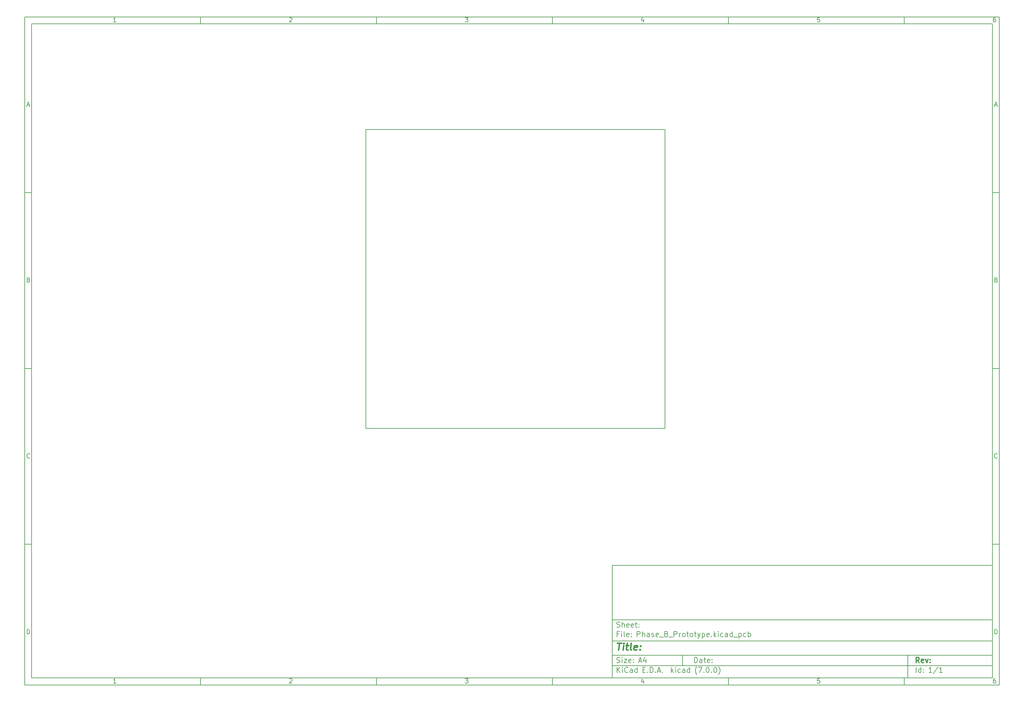
<source format=gbr>
%TF.GenerationSoftware,KiCad,Pcbnew,(7.0.0)*%
%TF.CreationDate,2023-04-24T03:13:22-06:00*%
%TF.ProjectId,Phase_B_Prototype,50686173-655f-4425-9f50-726f746f7479,rev?*%
%TF.SameCoordinates,Original*%
%TF.FileFunction,AssemblyDrawing,Bot*%
%FSLAX46Y46*%
G04 Gerber Fmt 4.6, Leading zero omitted, Abs format (unit mm)*
G04 Created by KiCad (PCBNEW (7.0.0)) date 2023-04-24 03:13:22*
%MOMM*%
%LPD*%
G01*
G04 APERTURE LIST*
%ADD10C,0.100000*%
%ADD11C,0.150000*%
%ADD12C,0.300000*%
%ADD13C,0.400000*%
%TA.AperFunction,Profile*%
%ADD14C,0.150000*%
%TD*%
G04 APERTURE END LIST*
D10*
D11*
X177002200Y-166007200D02*
X285002200Y-166007200D01*
X285002200Y-198007200D01*
X177002200Y-198007200D01*
X177002200Y-166007200D01*
D10*
D11*
X10000000Y-10000000D02*
X287002200Y-10000000D01*
X287002200Y-200007200D01*
X10000000Y-200007200D01*
X10000000Y-10000000D01*
D10*
D11*
X12000000Y-12000000D02*
X285002200Y-12000000D01*
X285002200Y-198007200D01*
X12000000Y-198007200D01*
X12000000Y-12000000D01*
D10*
D11*
X60000000Y-12000000D02*
X60000000Y-10000000D01*
D10*
D11*
X110000000Y-12000000D02*
X110000000Y-10000000D01*
D10*
D11*
X160000000Y-12000000D02*
X160000000Y-10000000D01*
D10*
D11*
X210000000Y-12000000D02*
X210000000Y-10000000D01*
D10*
D11*
X260000000Y-12000000D02*
X260000000Y-10000000D01*
D10*
D11*
X35990476Y-11477595D02*
X35247619Y-11477595D01*
X35619047Y-11477595D02*
X35619047Y-10177595D01*
X35619047Y-10177595D02*
X35495238Y-10363309D01*
X35495238Y-10363309D02*
X35371428Y-10487119D01*
X35371428Y-10487119D02*
X35247619Y-10549023D01*
D10*
D11*
X85247619Y-10301404D02*
X85309523Y-10239500D01*
X85309523Y-10239500D02*
X85433333Y-10177595D01*
X85433333Y-10177595D02*
X85742857Y-10177595D01*
X85742857Y-10177595D02*
X85866666Y-10239500D01*
X85866666Y-10239500D02*
X85928571Y-10301404D01*
X85928571Y-10301404D02*
X85990476Y-10425214D01*
X85990476Y-10425214D02*
X85990476Y-10549023D01*
X85990476Y-10549023D02*
X85928571Y-10734738D01*
X85928571Y-10734738D02*
X85185714Y-11477595D01*
X85185714Y-11477595D02*
X85990476Y-11477595D01*
D10*
D11*
X135185714Y-10177595D02*
X135990476Y-10177595D01*
X135990476Y-10177595D02*
X135557142Y-10672833D01*
X135557142Y-10672833D02*
X135742857Y-10672833D01*
X135742857Y-10672833D02*
X135866666Y-10734738D01*
X135866666Y-10734738D02*
X135928571Y-10796642D01*
X135928571Y-10796642D02*
X135990476Y-10920452D01*
X135990476Y-10920452D02*
X135990476Y-11229976D01*
X135990476Y-11229976D02*
X135928571Y-11353785D01*
X135928571Y-11353785D02*
X135866666Y-11415690D01*
X135866666Y-11415690D02*
X135742857Y-11477595D01*
X135742857Y-11477595D02*
X135371428Y-11477595D01*
X135371428Y-11477595D02*
X135247619Y-11415690D01*
X135247619Y-11415690D02*
X135185714Y-11353785D01*
D10*
D11*
X185866666Y-10610928D02*
X185866666Y-11477595D01*
X185557142Y-10115690D02*
X185247619Y-11044261D01*
X185247619Y-11044261D02*
X186052380Y-11044261D01*
D10*
D11*
X235928571Y-10177595D02*
X235309523Y-10177595D01*
X235309523Y-10177595D02*
X235247619Y-10796642D01*
X235247619Y-10796642D02*
X235309523Y-10734738D01*
X235309523Y-10734738D02*
X235433333Y-10672833D01*
X235433333Y-10672833D02*
X235742857Y-10672833D01*
X235742857Y-10672833D02*
X235866666Y-10734738D01*
X235866666Y-10734738D02*
X235928571Y-10796642D01*
X235928571Y-10796642D02*
X235990476Y-10920452D01*
X235990476Y-10920452D02*
X235990476Y-11229976D01*
X235990476Y-11229976D02*
X235928571Y-11353785D01*
X235928571Y-11353785D02*
X235866666Y-11415690D01*
X235866666Y-11415690D02*
X235742857Y-11477595D01*
X235742857Y-11477595D02*
X235433333Y-11477595D01*
X235433333Y-11477595D02*
X235309523Y-11415690D01*
X235309523Y-11415690D02*
X235247619Y-11353785D01*
D10*
D11*
X285866666Y-10177595D02*
X285619047Y-10177595D01*
X285619047Y-10177595D02*
X285495238Y-10239500D01*
X285495238Y-10239500D02*
X285433333Y-10301404D01*
X285433333Y-10301404D02*
X285309523Y-10487119D01*
X285309523Y-10487119D02*
X285247619Y-10734738D01*
X285247619Y-10734738D02*
X285247619Y-11229976D01*
X285247619Y-11229976D02*
X285309523Y-11353785D01*
X285309523Y-11353785D02*
X285371428Y-11415690D01*
X285371428Y-11415690D02*
X285495238Y-11477595D01*
X285495238Y-11477595D02*
X285742857Y-11477595D01*
X285742857Y-11477595D02*
X285866666Y-11415690D01*
X285866666Y-11415690D02*
X285928571Y-11353785D01*
X285928571Y-11353785D02*
X285990476Y-11229976D01*
X285990476Y-11229976D02*
X285990476Y-10920452D01*
X285990476Y-10920452D02*
X285928571Y-10796642D01*
X285928571Y-10796642D02*
X285866666Y-10734738D01*
X285866666Y-10734738D02*
X285742857Y-10672833D01*
X285742857Y-10672833D02*
X285495238Y-10672833D01*
X285495238Y-10672833D02*
X285371428Y-10734738D01*
X285371428Y-10734738D02*
X285309523Y-10796642D01*
X285309523Y-10796642D02*
X285247619Y-10920452D01*
D10*
D11*
X60000000Y-198007200D02*
X60000000Y-200007200D01*
D10*
D11*
X110000000Y-198007200D02*
X110000000Y-200007200D01*
D10*
D11*
X160000000Y-198007200D02*
X160000000Y-200007200D01*
D10*
D11*
X210000000Y-198007200D02*
X210000000Y-200007200D01*
D10*
D11*
X260000000Y-198007200D02*
X260000000Y-200007200D01*
D10*
D11*
X35990476Y-199484795D02*
X35247619Y-199484795D01*
X35619047Y-199484795D02*
X35619047Y-198184795D01*
X35619047Y-198184795D02*
X35495238Y-198370509D01*
X35495238Y-198370509D02*
X35371428Y-198494319D01*
X35371428Y-198494319D02*
X35247619Y-198556223D01*
D10*
D11*
X85247619Y-198308604D02*
X85309523Y-198246700D01*
X85309523Y-198246700D02*
X85433333Y-198184795D01*
X85433333Y-198184795D02*
X85742857Y-198184795D01*
X85742857Y-198184795D02*
X85866666Y-198246700D01*
X85866666Y-198246700D02*
X85928571Y-198308604D01*
X85928571Y-198308604D02*
X85990476Y-198432414D01*
X85990476Y-198432414D02*
X85990476Y-198556223D01*
X85990476Y-198556223D02*
X85928571Y-198741938D01*
X85928571Y-198741938D02*
X85185714Y-199484795D01*
X85185714Y-199484795D02*
X85990476Y-199484795D01*
D10*
D11*
X135185714Y-198184795D02*
X135990476Y-198184795D01*
X135990476Y-198184795D02*
X135557142Y-198680033D01*
X135557142Y-198680033D02*
X135742857Y-198680033D01*
X135742857Y-198680033D02*
X135866666Y-198741938D01*
X135866666Y-198741938D02*
X135928571Y-198803842D01*
X135928571Y-198803842D02*
X135990476Y-198927652D01*
X135990476Y-198927652D02*
X135990476Y-199237176D01*
X135990476Y-199237176D02*
X135928571Y-199360985D01*
X135928571Y-199360985D02*
X135866666Y-199422890D01*
X135866666Y-199422890D02*
X135742857Y-199484795D01*
X135742857Y-199484795D02*
X135371428Y-199484795D01*
X135371428Y-199484795D02*
X135247619Y-199422890D01*
X135247619Y-199422890D02*
X135185714Y-199360985D01*
D10*
D11*
X185866666Y-198618128D02*
X185866666Y-199484795D01*
X185557142Y-198122890D02*
X185247619Y-199051461D01*
X185247619Y-199051461D02*
X186052380Y-199051461D01*
D10*
D11*
X235928571Y-198184795D02*
X235309523Y-198184795D01*
X235309523Y-198184795D02*
X235247619Y-198803842D01*
X235247619Y-198803842D02*
X235309523Y-198741938D01*
X235309523Y-198741938D02*
X235433333Y-198680033D01*
X235433333Y-198680033D02*
X235742857Y-198680033D01*
X235742857Y-198680033D02*
X235866666Y-198741938D01*
X235866666Y-198741938D02*
X235928571Y-198803842D01*
X235928571Y-198803842D02*
X235990476Y-198927652D01*
X235990476Y-198927652D02*
X235990476Y-199237176D01*
X235990476Y-199237176D02*
X235928571Y-199360985D01*
X235928571Y-199360985D02*
X235866666Y-199422890D01*
X235866666Y-199422890D02*
X235742857Y-199484795D01*
X235742857Y-199484795D02*
X235433333Y-199484795D01*
X235433333Y-199484795D02*
X235309523Y-199422890D01*
X235309523Y-199422890D02*
X235247619Y-199360985D01*
D10*
D11*
X285866666Y-198184795D02*
X285619047Y-198184795D01*
X285619047Y-198184795D02*
X285495238Y-198246700D01*
X285495238Y-198246700D02*
X285433333Y-198308604D01*
X285433333Y-198308604D02*
X285309523Y-198494319D01*
X285309523Y-198494319D02*
X285247619Y-198741938D01*
X285247619Y-198741938D02*
X285247619Y-199237176D01*
X285247619Y-199237176D02*
X285309523Y-199360985D01*
X285309523Y-199360985D02*
X285371428Y-199422890D01*
X285371428Y-199422890D02*
X285495238Y-199484795D01*
X285495238Y-199484795D02*
X285742857Y-199484795D01*
X285742857Y-199484795D02*
X285866666Y-199422890D01*
X285866666Y-199422890D02*
X285928571Y-199360985D01*
X285928571Y-199360985D02*
X285990476Y-199237176D01*
X285990476Y-199237176D02*
X285990476Y-198927652D01*
X285990476Y-198927652D02*
X285928571Y-198803842D01*
X285928571Y-198803842D02*
X285866666Y-198741938D01*
X285866666Y-198741938D02*
X285742857Y-198680033D01*
X285742857Y-198680033D02*
X285495238Y-198680033D01*
X285495238Y-198680033D02*
X285371428Y-198741938D01*
X285371428Y-198741938D02*
X285309523Y-198803842D01*
X285309523Y-198803842D02*
X285247619Y-198927652D01*
D10*
D11*
X10000000Y-60000000D02*
X12000000Y-60000000D01*
D10*
D11*
X10000000Y-110000000D02*
X12000000Y-110000000D01*
D10*
D11*
X10000000Y-160000000D02*
X12000000Y-160000000D01*
D10*
D11*
X10690476Y-35106166D02*
X11309523Y-35106166D01*
X10566666Y-35477595D02*
X10999999Y-34177595D01*
X10999999Y-34177595D02*
X11433333Y-35477595D01*
D10*
D11*
X11092857Y-84796642D02*
X11278571Y-84858547D01*
X11278571Y-84858547D02*
X11340476Y-84920452D01*
X11340476Y-84920452D02*
X11402380Y-85044261D01*
X11402380Y-85044261D02*
X11402380Y-85229976D01*
X11402380Y-85229976D02*
X11340476Y-85353785D01*
X11340476Y-85353785D02*
X11278571Y-85415690D01*
X11278571Y-85415690D02*
X11154761Y-85477595D01*
X11154761Y-85477595D02*
X10659523Y-85477595D01*
X10659523Y-85477595D02*
X10659523Y-84177595D01*
X10659523Y-84177595D02*
X11092857Y-84177595D01*
X11092857Y-84177595D02*
X11216666Y-84239500D01*
X11216666Y-84239500D02*
X11278571Y-84301404D01*
X11278571Y-84301404D02*
X11340476Y-84425214D01*
X11340476Y-84425214D02*
X11340476Y-84549023D01*
X11340476Y-84549023D02*
X11278571Y-84672833D01*
X11278571Y-84672833D02*
X11216666Y-84734738D01*
X11216666Y-84734738D02*
X11092857Y-84796642D01*
X11092857Y-84796642D02*
X10659523Y-84796642D01*
D10*
D11*
X11402380Y-135353785D02*
X11340476Y-135415690D01*
X11340476Y-135415690D02*
X11154761Y-135477595D01*
X11154761Y-135477595D02*
X11030952Y-135477595D01*
X11030952Y-135477595D02*
X10845238Y-135415690D01*
X10845238Y-135415690D02*
X10721428Y-135291880D01*
X10721428Y-135291880D02*
X10659523Y-135168071D01*
X10659523Y-135168071D02*
X10597619Y-134920452D01*
X10597619Y-134920452D02*
X10597619Y-134734738D01*
X10597619Y-134734738D02*
X10659523Y-134487119D01*
X10659523Y-134487119D02*
X10721428Y-134363309D01*
X10721428Y-134363309D02*
X10845238Y-134239500D01*
X10845238Y-134239500D02*
X11030952Y-134177595D01*
X11030952Y-134177595D02*
X11154761Y-134177595D01*
X11154761Y-134177595D02*
X11340476Y-134239500D01*
X11340476Y-134239500D02*
X11402380Y-134301404D01*
D10*
D11*
X10659523Y-185477595D02*
X10659523Y-184177595D01*
X10659523Y-184177595D02*
X10969047Y-184177595D01*
X10969047Y-184177595D02*
X11154761Y-184239500D01*
X11154761Y-184239500D02*
X11278571Y-184363309D01*
X11278571Y-184363309D02*
X11340476Y-184487119D01*
X11340476Y-184487119D02*
X11402380Y-184734738D01*
X11402380Y-184734738D02*
X11402380Y-184920452D01*
X11402380Y-184920452D02*
X11340476Y-185168071D01*
X11340476Y-185168071D02*
X11278571Y-185291880D01*
X11278571Y-185291880D02*
X11154761Y-185415690D01*
X11154761Y-185415690D02*
X10969047Y-185477595D01*
X10969047Y-185477595D02*
X10659523Y-185477595D01*
D10*
D11*
X287002200Y-60000000D02*
X285002200Y-60000000D01*
D10*
D11*
X287002200Y-110000000D02*
X285002200Y-110000000D01*
D10*
D11*
X287002200Y-160000000D02*
X285002200Y-160000000D01*
D10*
D11*
X285692676Y-35106166D02*
X286311723Y-35106166D01*
X285568866Y-35477595D02*
X286002199Y-34177595D01*
X286002199Y-34177595D02*
X286435533Y-35477595D01*
D10*
D11*
X286095057Y-84796642D02*
X286280771Y-84858547D01*
X286280771Y-84858547D02*
X286342676Y-84920452D01*
X286342676Y-84920452D02*
X286404580Y-85044261D01*
X286404580Y-85044261D02*
X286404580Y-85229976D01*
X286404580Y-85229976D02*
X286342676Y-85353785D01*
X286342676Y-85353785D02*
X286280771Y-85415690D01*
X286280771Y-85415690D02*
X286156961Y-85477595D01*
X286156961Y-85477595D02*
X285661723Y-85477595D01*
X285661723Y-85477595D02*
X285661723Y-84177595D01*
X285661723Y-84177595D02*
X286095057Y-84177595D01*
X286095057Y-84177595D02*
X286218866Y-84239500D01*
X286218866Y-84239500D02*
X286280771Y-84301404D01*
X286280771Y-84301404D02*
X286342676Y-84425214D01*
X286342676Y-84425214D02*
X286342676Y-84549023D01*
X286342676Y-84549023D02*
X286280771Y-84672833D01*
X286280771Y-84672833D02*
X286218866Y-84734738D01*
X286218866Y-84734738D02*
X286095057Y-84796642D01*
X286095057Y-84796642D02*
X285661723Y-84796642D01*
D10*
D11*
X286404580Y-135353785D02*
X286342676Y-135415690D01*
X286342676Y-135415690D02*
X286156961Y-135477595D01*
X286156961Y-135477595D02*
X286033152Y-135477595D01*
X286033152Y-135477595D02*
X285847438Y-135415690D01*
X285847438Y-135415690D02*
X285723628Y-135291880D01*
X285723628Y-135291880D02*
X285661723Y-135168071D01*
X285661723Y-135168071D02*
X285599819Y-134920452D01*
X285599819Y-134920452D02*
X285599819Y-134734738D01*
X285599819Y-134734738D02*
X285661723Y-134487119D01*
X285661723Y-134487119D02*
X285723628Y-134363309D01*
X285723628Y-134363309D02*
X285847438Y-134239500D01*
X285847438Y-134239500D02*
X286033152Y-134177595D01*
X286033152Y-134177595D02*
X286156961Y-134177595D01*
X286156961Y-134177595D02*
X286342676Y-134239500D01*
X286342676Y-134239500D02*
X286404580Y-134301404D01*
D10*
D11*
X285661723Y-185477595D02*
X285661723Y-184177595D01*
X285661723Y-184177595D02*
X285971247Y-184177595D01*
X285971247Y-184177595D02*
X286156961Y-184239500D01*
X286156961Y-184239500D02*
X286280771Y-184363309D01*
X286280771Y-184363309D02*
X286342676Y-184487119D01*
X286342676Y-184487119D02*
X286404580Y-184734738D01*
X286404580Y-184734738D02*
X286404580Y-184920452D01*
X286404580Y-184920452D02*
X286342676Y-185168071D01*
X286342676Y-185168071D02*
X286280771Y-185291880D01*
X286280771Y-185291880D02*
X286156961Y-185415690D01*
X286156961Y-185415690D02*
X285971247Y-185477595D01*
X285971247Y-185477595D02*
X285661723Y-185477595D01*
D10*
D11*
X200359342Y-193658271D02*
X200359342Y-192158271D01*
X200359342Y-192158271D02*
X200716485Y-192158271D01*
X200716485Y-192158271D02*
X200930771Y-192229700D01*
X200930771Y-192229700D02*
X201073628Y-192372557D01*
X201073628Y-192372557D02*
X201145057Y-192515414D01*
X201145057Y-192515414D02*
X201216485Y-192801128D01*
X201216485Y-192801128D02*
X201216485Y-193015414D01*
X201216485Y-193015414D02*
X201145057Y-193301128D01*
X201145057Y-193301128D02*
X201073628Y-193443985D01*
X201073628Y-193443985D02*
X200930771Y-193586842D01*
X200930771Y-193586842D02*
X200716485Y-193658271D01*
X200716485Y-193658271D02*
X200359342Y-193658271D01*
X202502200Y-193658271D02*
X202502200Y-192872557D01*
X202502200Y-192872557D02*
X202430771Y-192729700D01*
X202430771Y-192729700D02*
X202287914Y-192658271D01*
X202287914Y-192658271D02*
X202002200Y-192658271D01*
X202002200Y-192658271D02*
X201859342Y-192729700D01*
X202502200Y-193586842D02*
X202359342Y-193658271D01*
X202359342Y-193658271D02*
X202002200Y-193658271D01*
X202002200Y-193658271D02*
X201859342Y-193586842D01*
X201859342Y-193586842D02*
X201787914Y-193443985D01*
X201787914Y-193443985D02*
X201787914Y-193301128D01*
X201787914Y-193301128D02*
X201859342Y-193158271D01*
X201859342Y-193158271D02*
X202002200Y-193086842D01*
X202002200Y-193086842D02*
X202359342Y-193086842D01*
X202359342Y-193086842D02*
X202502200Y-193015414D01*
X203002200Y-192658271D02*
X203573628Y-192658271D01*
X203216485Y-192158271D02*
X203216485Y-193443985D01*
X203216485Y-193443985D02*
X203287914Y-193586842D01*
X203287914Y-193586842D02*
X203430771Y-193658271D01*
X203430771Y-193658271D02*
X203573628Y-193658271D01*
X204645057Y-193586842D02*
X204502200Y-193658271D01*
X204502200Y-193658271D02*
X204216486Y-193658271D01*
X204216486Y-193658271D02*
X204073628Y-193586842D01*
X204073628Y-193586842D02*
X204002200Y-193443985D01*
X204002200Y-193443985D02*
X204002200Y-192872557D01*
X204002200Y-192872557D02*
X204073628Y-192729700D01*
X204073628Y-192729700D02*
X204216486Y-192658271D01*
X204216486Y-192658271D02*
X204502200Y-192658271D01*
X204502200Y-192658271D02*
X204645057Y-192729700D01*
X204645057Y-192729700D02*
X204716486Y-192872557D01*
X204716486Y-192872557D02*
X204716486Y-193015414D01*
X204716486Y-193015414D02*
X204002200Y-193158271D01*
X205359342Y-193515414D02*
X205430771Y-193586842D01*
X205430771Y-193586842D02*
X205359342Y-193658271D01*
X205359342Y-193658271D02*
X205287914Y-193586842D01*
X205287914Y-193586842D02*
X205359342Y-193515414D01*
X205359342Y-193515414D02*
X205359342Y-193658271D01*
X205359342Y-192729700D02*
X205430771Y-192801128D01*
X205430771Y-192801128D02*
X205359342Y-192872557D01*
X205359342Y-192872557D02*
X205287914Y-192801128D01*
X205287914Y-192801128D02*
X205359342Y-192729700D01*
X205359342Y-192729700D02*
X205359342Y-192872557D01*
D10*
D11*
X177002200Y-194507200D02*
X285002200Y-194507200D01*
D10*
D11*
X178359342Y-196458271D02*
X178359342Y-194958271D01*
X179216485Y-196458271D02*
X178573628Y-195601128D01*
X179216485Y-194958271D02*
X178359342Y-195815414D01*
X179859342Y-196458271D02*
X179859342Y-195458271D01*
X179859342Y-194958271D02*
X179787914Y-195029700D01*
X179787914Y-195029700D02*
X179859342Y-195101128D01*
X179859342Y-195101128D02*
X179930771Y-195029700D01*
X179930771Y-195029700D02*
X179859342Y-194958271D01*
X179859342Y-194958271D02*
X179859342Y-195101128D01*
X181430771Y-196315414D02*
X181359343Y-196386842D01*
X181359343Y-196386842D02*
X181145057Y-196458271D01*
X181145057Y-196458271D02*
X181002200Y-196458271D01*
X181002200Y-196458271D02*
X180787914Y-196386842D01*
X180787914Y-196386842D02*
X180645057Y-196243985D01*
X180645057Y-196243985D02*
X180573628Y-196101128D01*
X180573628Y-196101128D02*
X180502200Y-195815414D01*
X180502200Y-195815414D02*
X180502200Y-195601128D01*
X180502200Y-195601128D02*
X180573628Y-195315414D01*
X180573628Y-195315414D02*
X180645057Y-195172557D01*
X180645057Y-195172557D02*
X180787914Y-195029700D01*
X180787914Y-195029700D02*
X181002200Y-194958271D01*
X181002200Y-194958271D02*
X181145057Y-194958271D01*
X181145057Y-194958271D02*
X181359343Y-195029700D01*
X181359343Y-195029700D02*
X181430771Y-195101128D01*
X182716486Y-196458271D02*
X182716486Y-195672557D01*
X182716486Y-195672557D02*
X182645057Y-195529700D01*
X182645057Y-195529700D02*
X182502200Y-195458271D01*
X182502200Y-195458271D02*
X182216486Y-195458271D01*
X182216486Y-195458271D02*
X182073628Y-195529700D01*
X182716486Y-196386842D02*
X182573628Y-196458271D01*
X182573628Y-196458271D02*
X182216486Y-196458271D01*
X182216486Y-196458271D02*
X182073628Y-196386842D01*
X182073628Y-196386842D02*
X182002200Y-196243985D01*
X182002200Y-196243985D02*
X182002200Y-196101128D01*
X182002200Y-196101128D02*
X182073628Y-195958271D01*
X182073628Y-195958271D02*
X182216486Y-195886842D01*
X182216486Y-195886842D02*
X182573628Y-195886842D01*
X182573628Y-195886842D02*
X182716486Y-195815414D01*
X184073629Y-196458271D02*
X184073629Y-194958271D01*
X184073629Y-196386842D02*
X183930771Y-196458271D01*
X183930771Y-196458271D02*
X183645057Y-196458271D01*
X183645057Y-196458271D02*
X183502200Y-196386842D01*
X183502200Y-196386842D02*
X183430771Y-196315414D01*
X183430771Y-196315414D02*
X183359343Y-196172557D01*
X183359343Y-196172557D02*
X183359343Y-195743985D01*
X183359343Y-195743985D02*
X183430771Y-195601128D01*
X183430771Y-195601128D02*
X183502200Y-195529700D01*
X183502200Y-195529700D02*
X183645057Y-195458271D01*
X183645057Y-195458271D02*
X183930771Y-195458271D01*
X183930771Y-195458271D02*
X184073629Y-195529700D01*
X185687914Y-195672557D02*
X186187914Y-195672557D01*
X186402200Y-196458271D02*
X185687914Y-196458271D01*
X185687914Y-196458271D02*
X185687914Y-194958271D01*
X185687914Y-194958271D02*
X186402200Y-194958271D01*
X187045057Y-196315414D02*
X187116486Y-196386842D01*
X187116486Y-196386842D02*
X187045057Y-196458271D01*
X187045057Y-196458271D02*
X186973629Y-196386842D01*
X186973629Y-196386842D02*
X187045057Y-196315414D01*
X187045057Y-196315414D02*
X187045057Y-196458271D01*
X187759343Y-196458271D02*
X187759343Y-194958271D01*
X187759343Y-194958271D02*
X188116486Y-194958271D01*
X188116486Y-194958271D02*
X188330772Y-195029700D01*
X188330772Y-195029700D02*
X188473629Y-195172557D01*
X188473629Y-195172557D02*
X188545058Y-195315414D01*
X188545058Y-195315414D02*
X188616486Y-195601128D01*
X188616486Y-195601128D02*
X188616486Y-195815414D01*
X188616486Y-195815414D02*
X188545058Y-196101128D01*
X188545058Y-196101128D02*
X188473629Y-196243985D01*
X188473629Y-196243985D02*
X188330772Y-196386842D01*
X188330772Y-196386842D02*
X188116486Y-196458271D01*
X188116486Y-196458271D02*
X187759343Y-196458271D01*
X189259343Y-196315414D02*
X189330772Y-196386842D01*
X189330772Y-196386842D02*
X189259343Y-196458271D01*
X189259343Y-196458271D02*
X189187915Y-196386842D01*
X189187915Y-196386842D02*
X189259343Y-196315414D01*
X189259343Y-196315414D02*
X189259343Y-196458271D01*
X189902201Y-196029700D02*
X190616487Y-196029700D01*
X189759344Y-196458271D02*
X190259344Y-194958271D01*
X190259344Y-194958271D02*
X190759344Y-196458271D01*
X191259343Y-196315414D02*
X191330772Y-196386842D01*
X191330772Y-196386842D02*
X191259343Y-196458271D01*
X191259343Y-196458271D02*
X191187915Y-196386842D01*
X191187915Y-196386842D02*
X191259343Y-196315414D01*
X191259343Y-196315414D02*
X191259343Y-196458271D01*
X193773629Y-196458271D02*
X193773629Y-194958271D01*
X193916487Y-195886842D02*
X194345058Y-196458271D01*
X194345058Y-195458271D02*
X193773629Y-196029700D01*
X194987915Y-196458271D02*
X194987915Y-195458271D01*
X194987915Y-194958271D02*
X194916487Y-195029700D01*
X194916487Y-195029700D02*
X194987915Y-195101128D01*
X194987915Y-195101128D02*
X195059344Y-195029700D01*
X195059344Y-195029700D02*
X194987915Y-194958271D01*
X194987915Y-194958271D02*
X194987915Y-195101128D01*
X196345059Y-196386842D02*
X196202201Y-196458271D01*
X196202201Y-196458271D02*
X195916487Y-196458271D01*
X195916487Y-196458271D02*
X195773630Y-196386842D01*
X195773630Y-196386842D02*
X195702201Y-196315414D01*
X195702201Y-196315414D02*
X195630773Y-196172557D01*
X195630773Y-196172557D02*
X195630773Y-195743985D01*
X195630773Y-195743985D02*
X195702201Y-195601128D01*
X195702201Y-195601128D02*
X195773630Y-195529700D01*
X195773630Y-195529700D02*
X195916487Y-195458271D01*
X195916487Y-195458271D02*
X196202201Y-195458271D01*
X196202201Y-195458271D02*
X196345059Y-195529700D01*
X197630773Y-196458271D02*
X197630773Y-195672557D01*
X197630773Y-195672557D02*
X197559344Y-195529700D01*
X197559344Y-195529700D02*
X197416487Y-195458271D01*
X197416487Y-195458271D02*
X197130773Y-195458271D01*
X197130773Y-195458271D02*
X196987915Y-195529700D01*
X197630773Y-196386842D02*
X197487915Y-196458271D01*
X197487915Y-196458271D02*
X197130773Y-196458271D01*
X197130773Y-196458271D02*
X196987915Y-196386842D01*
X196987915Y-196386842D02*
X196916487Y-196243985D01*
X196916487Y-196243985D02*
X196916487Y-196101128D01*
X196916487Y-196101128D02*
X196987915Y-195958271D01*
X196987915Y-195958271D02*
X197130773Y-195886842D01*
X197130773Y-195886842D02*
X197487915Y-195886842D01*
X197487915Y-195886842D02*
X197630773Y-195815414D01*
X198987916Y-196458271D02*
X198987916Y-194958271D01*
X198987916Y-196386842D02*
X198845058Y-196458271D01*
X198845058Y-196458271D02*
X198559344Y-196458271D01*
X198559344Y-196458271D02*
X198416487Y-196386842D01*
X198416487Y-196386842D02*
X198345058Y-196315414D01*
X198345058Y-196315414D02*
X198273630Y-196172557D01*
X198273630Y-196172557D02*
X198273630Y-195743985D01*
X198273630Y-195743985D02*
X198345058Y-195601128D01*
X198345058Y-195601128D02*
X198416487Y-195529700D01*
X198416487Y-195529700D02*
X198559344Y-195458271D01*
X198559344Y-195458271D02*
X198845058Y-195458271D01*
X198845058Y-195458271D02*
X198987916Y-195529700D01*
X201030773Y-197029700D02*
X200959344Y-196958271D01*
X200959344Y-196958271D02*
X200816487Y-196743985D01*
X200816487Y-196743985D02*
X200745059Y-196601128D01*
X200745059Y-196601128D02*
X200673630Y-196386842D01*
X200673630Y-196386842D02*
X200602201Y-196029700D01*
X200602201Y-196029700D02*
X200602201Y-195743985D01*
X200602201Y-195743985D02*
X200673630Y-195386842D01*
X200673630Y-195386842D02*
X200745059Y-195172557D01*
X200745059Y-195172557D02*
X200816487Y-195029700D01*
X200816487Y-195029700D02*
X200959344Y-194815414D01*
X200959344Y-194815414D02*
X201030773Y-194743985D01*
X201459344Y-194958271D02*
X202459344Y-194958271D01*
X202459344Y-194958271D02*
X201816487Y-196458271D01*
X203030772Y-196315414D02*
X203102201Y-196386842D01*
X203102201Y-196386842D02*
X203030772Y-196458271D01*
X203030772Y-196458271D02*
X202959344Y-196386842D01*
X202959344Y-196386842D02*
X203030772Y-196315414D01*
X203030772Y-196315414D02*
X203030772Y-196458271D01*
X204030773Y-194958271D02*
X204173630Y-194958271D01*
X204173630Y-194958271D02*
X204316487Y-195029700D01*
X204316487Y-195029700D02*
X204387916Y-195101128D01*
X204387916Y-195101128D02*
X204459344Y-195243985D01*
X204459344Y-195243985D02*
X204530773Y-195529700D01*
X204530773Y-195529700D02*
X204530773Y-195886842D01*
X204530773Y-195886842D02*
X204459344Y-196172557D01*
X204459344Y-196172557D02*
X204387916Y-196315414D01*
X204387916Y-196315414D02*
X204316487Y-196386842D01*
X204316487Y-196386842D02*
X204173630Y-196458271D01*
X204173630Y-196458271D02*
X204030773Y-196458271D01*
X204030773Y-196458271D02*
X203887916Y-196386842D01*
X203887916Y-196386842D02*
X203816487Y-196315414D01*
X203816487Y-196315414D02*
X203745058Y-196172557D01*
X203745058Y-196172557D02*
X203673630Y-195886842D01*
X203673630Y-195886842D02*
X203673630Y-195529700D01*
X203673630Y-195529700D02*
X203745058Y-195243985D01*
X203745058Y-195243985D02*
X203816487Y-195101128D01*
X203816487Y-195101128D02*
X203887916Y-195029700D01*
X203887916Y-195029700D02*
X204030773Y-194958271D01*
X205173629Y-196315414D02*
X205245058Y-196386842D01*
X205245058Y-196386842D02*
X205173629Y-196458271D01*
X205173629Y-196458271D02*
X205102201Y-196386842D01*
X205102201Y-196386842D02*
X205173629Y-196315414D01*
X205173629Y-196315414D02*
X205173629Y-196458271D01*
X206173630Y-194958271D02*
X206316487Y-194958271D01*
X206316487Y-194958271D02*
X206459344Y-195029700D01*
X206459344Y-195029700D02*
X206530773Y-195101128D01*
X206530773Y-195101128D02*
X206602201Y-195243985D01*
X206602201Y-195243985D02*
X206673630Y-195529700D01*
X206673630Y-195529700D02*
X206673630Y-195886842D01*
X206673630Y-195886842D02*
X206602201Y-196172557D01*
X206602201Y-196172557D02*
X206530773Y-196315414D01*
X206530773Y-196315414D02*
X206459344Y-196386842D01*
X206459344Y-196386842D02*
X206316487Y-196458271D01*
X206316487Y-196458271D02*
X206173630Y-196458271D01*
X206173630Y-196458271D02*
X206030773Y-196386842D01*
X206030773Y-196386842D02*
X205959344Y-196315414D01*
X205959344Y-196315414D02*
X205887915Y-196172557D01*
X205887915Y-196172557D02*
X205816487Y-195886842D01*
X205816487Y-195886842D02*
X205816487Y-195529700D01*
X205816487Y-195529700D02*
X205887915Y-195243985D01*
X205887915Y-195243985D02*
X205959344Y-195101128D01*
X205959344Y-195101128D02*
X206030773Y-195029700D01*
X206030773Y-195029700D02*
X206173630Y-194958271D01*
X207173629Y-197029700D02*
X207245058Y-196958271D01*
X207245058Y-196958271D02*
X207387915Y-196743985D01*
X207387915Y-196743985D02*
X207459344Y-196601128D01*
X207459344Y-196601128D02*
X207530772Y-196386842D01*
X207530772Y-196386842D02*
X207602201Y-196029700D01*
X207602201Y-196029700D02*
X207602201Y-195743985D01*
X207602201Y-195743985D02*
X207530772Y-195386842D01*
X207530772Y-195386842D02*
X207459344Y-195172557D01*
X207459344Y-195172557D02*
X207387915Y-195029700D01*
X207387915Y-195029700D02*
X207245058Y-194815414D01*
X207245058Y-194815414D02*
X207173629Y-194743985D01*
D10*
D11*
X177002200Y-191507200D02*
X285002200Y-191507200D01*
D10*
D12*
X264216485Y-193658271D02*
X263716485Y-192943985D01*
X263359342Y-193658271D02*
X263359342Y-192158271D01*
X263359342Y-192158271D02*
X263930771Y-192158271D01*
X263930771Y-192158271D02*
X264073628Y-192229700D01*
X264073628Y-192229700D02*
X264145057Y-192301128D01*
X264145057Y-192301128D02*
X264216485Y-192443985D01*
X264216485Y-192443985D02*
X264216485Y-192658271D01*
X264216485Y-192658271D02*
X264145057Y-192801128D01*
X264145057Y-192801128D02*
X264073628Y-192872557D01*
X264073628Y-192872557D02*
X263930771Y-192943985D01*
X263930771Y-192943985D02*
X263359342Y-192943985D01*
X265430771Y-193586842D02*
X265287914Y-193658271D01*
X265287914Y-193658271D02*
X265002200Y-193658271D01*
X265002200Y-193658271D02*
X264859342Y-193586842D01*
X264859342Y-193586842D02*
X264787914Y-193443985D01*
X264787914Y-193443985D02*
X264787914Y-192872557D01*
X264787914Y-192872557D02*
X264859342Y-192729700D01*
X264859342Y-192729700D02*
X265002200Y-192658271D01*
X265002200Y-192658271D02*
X265287914Y-192658271D01*
X265287914Y-192658271D02*
X265430771Y-192729700D01*
X265430771Y-192729700D02*
X265502200Y-192872557D01*
X265502200Y-192872557D02*
X265502200Y-193015414D01*
X265502200Y-193015414D02*
X264787914Y-193158271D01*
X266002199Y-192658271D02*
X266359342Y-193658271D01*
X266359342Y-193658271D02*
X266716485Y-192658271D01*
X267287913Y-193515414D02*
X267359342Y-193586842D01*
X267359342Y-193586842D02*
X267287913Y-193658271D01*
X267287913Y-193658271D02*
X267216485Y-193586842D01*
X267216485Y-193586842D02*
X267287913Y-193515414D01*
X267287913Y-193515414D02*
X267287913Y-193658271D01*
X267287913Y-192729700D02*
X267359342Y-192801128D01*
X267359342Y-192801128D02*
X267287913Y-192872557D01*
X267287913Y-192872557D02*
X267216485Y-192801128D01*
X267216485Y-192801128D02*
X267287913Y-192729700D01*
X267287913Y-192729700D02*
X267287913Y-192872557D01*
D10*
D11*
X178287914Y-193586842D02*
X178502200Y-193658271D01*
X178502200Y-193658271D02*
X178859342Y-193658271D01*
X178859342Y-193658271D02*
X179002200Y-193586842D01*
X179002200Y-193586842D02*
X179073628Y-193515414D01*
X179073628Y-193515414D02*
X179145057Y-193372557D01*
X179145057Y-193372557D02*
X179145057Y-193229700D01*
X179145057Y-193229700D02*
X179073628Y-193086842D01*
X179073628Y-193086842D02*
X179002200Y-193015414D01*
X179002200Y-193015414D02*
X178859342Y-192943985D01*
X178859342Y-192943985D02*
X178573628Y-192872557D01*
X178573628Y-192872557D02*
X178430771Y-192801128D01*
X178430771Y-192801128D02*
X178359342Y-192729700D01*
X178359342Y-192729700D02*
X178287914Y-192586842D01*
X178287914Y-192586842D02*
X178287914Y-192443985D01*
X178287914Y-192443985D02*
X178359342Y-192301128D01*
X178359342Y-192301128D02*
X178430771Y-192229700D01*
X178430771Y-192229700D02*
X178573628Y-192158271D01*
X178573628Y-192158271D02*
X178930771Y-192158271D01*
X178930771Y-192158271D02*
X179145057Y-192229700D01*
X179787913Y-193658271D02*
X179787913Y-192658271D01*
X179787913Y-192158271D02*
X179716485Y-192229700D01*
X179716485Y-192229700D02*
X179787913Y-192301128D01*
X179787913Y-192301128D02*
X179859342Y-192229700D01*
X179859342Y-192229700D02*
X179787913Y-192158271D01*
X179787913Y-192158271D02*
X179787913Y-192301128D01*
X180359342Y-192658271D02*
X181145057Y-192658271D01*
X181145057Y-192658271D02*
X180359342Y-193658271D01*
X180359342Y-193658271D02*
X181145057Y-193658271D01*
X182287914Y-193586842D02*
X182145057Y-193658271D01*
X182145057Y-193658271D02*
X181859343Y-193658271D01*
X181859343Y-193658271D02*
X181716485Y-193586842D01*
X181716485Y-193586842D02*
X181645057Y-193443985D01*
X181645057Y-193443985D02*
X181645057Y-192872557D01*
X181645057Y-192872557D02*
X181716485Y-192729700D01*
X181716485Y-192729700D02*
X181859343Y-192658271D01*
X181859343Y-192658271D02*
X182145057Y-192658271D01*
X182145057Y-192658271D02*
X182287914Y-192729700D01*
X182287914Y-192729700D02*
X182359343Y-192872557D01*
X182359343Y-192872557D02*
X182359343Y-193015414D01*
X182359343Y-193015414D02*
X181645057Y-193158271D01*
X183002199Y-193515414D02*
X183073628Y-193586842D01*
X183073628Y-193586842D02*
X183002199Y-193658271D01*
X183002199Y-193658271D02*
X182930771Y-193586842D01*
X182930771Y-193586842D02*
X183002199Y-193515414D01*
X183002199Y-193515414D02*
X183002199Y-193658271D01*
X183002199Y-192729700D02*
X183073628Y-192801128D01*
X183073628Y-192801128D02*
X183002199Y-192872557D01*
X183002199Y-192872557D02*
X182930771Y-192801128D01*
X182930771Y-192801128D02*
X183002199Y-192729700D01*
X183002199Y-192729700D02*
X183002199Y-192872557D01*
X184545057Y-193229700D02*
X185259343Y-193229700D01*
X184402200Y-193658271D02*
X184902200Y-192158271D01*
X184902200Y-192158271D02*
X185402200Y-193658271D01*
X186545057Y-192658271D02*
X186545057Y-193658271D01*
X186187914Y-192086842D02*
X185830771Y-193158271D01*
X185830771Y-193158271D02*
X186759342Y-193158271D01*
D10*
D11*
X263359342Y-196458271D02*
X263359342Y-194958271D01*
X264716486Y-196458271D02*
X264716486Y-194958271D01*
X264716486Y-196386842D02*
X264573628Y-196458271D01*
X264573628Y-196458271D02*
X264287914Y-196458271D01*
X264287914Y-196458271D02*
X264145057Y-196386842D01*
X264145057Y-196386842D02*
X264073628Y-196315414D01*
X264073628Y-196315414D02*
X264002200Y-196172557D01*
X264002200Y-196172557D02*
X264002200Y-195743985D01*
X264002200Y-195743985D02*
X264073628Y-195601128D01*
X264073628Y-195601128D02*
X264145057Y-195529700D01*
X264145057Y-195529700D02*
X264287914Y-195458271D01*
X264287914Y-195458271D02*
X264573628Y-195458271D01*
X264573628Y-195458271D02*
X264716486Y-195529700D01*
X265430771Y-196315414D02*
X265502200Y-196386842D01*
X265502200Y-196386842D02*
X265430771Y-196458271D01*
X265430771Y-196458271D02*
X265359343Y-196386842D01*
X265359343Y-196386842D02*
X265430771Y-196315414D01*
X265430771Y-196315414D02*
X265430771Y-196458271D01*
X265430771Y-195529700D02*
X265502200Y-195601128D01*
X265502200Y-195601128D02*
X265430771Y-195672557D01*
X265430771Y-195672557D02*
X265359343Y-195601128D01*
X265359343Y-195601128D02*
X265430771Y-195529700D01*
X265430771Y-195529700D02*
X265430771Y-195672557D01*
X267830772Y-196458271D02*
X266973629Y-196458271D01*
X267402200Y-196458271D02*
X267402200Y-194958271D01*
X267402200Y-194958271D02*
X267259343Y-195172557D01*
X267259343Y-195172557D02*
X267116486Y-195315414D01*
X267116486Y-195315414D02*
X266973629Y-195386842D01*
X269545057Y-194886842D02*
X268259343Y-196815414D01*
X270830772Y-196458271D02*
X269973629Y-196458271D01*
X270402200Y-196458271D02*
X270402200Y-194958271D01*
X270402200Y-194958271D02*
X270259343Y-195172557D01*
X270259343Y-195172557D02*
X270116486Y-195315414D01*
X270116486Y-195315414D02*
X269973629Y-195386842D01*
D10*
D11*
X177002200Y-187507200D02*
X285002200Y-187507200D01*
D10*
D13*
X178454580Y-188041961D02*
X179597438Y-188041961D01*
X178776009Y-190041961D02*
X179026009Y-188041961D01*
X180014105Y-190041961D02*
X180180771Y-188708628D01*
X180264105Y-188041961D02*
X180156962Y-188137200D01*
X180156962Y-188137200D02*
X180240295Y-188232438D01*
X180240295Y-188232438D02*
X180347438Y-188137200D01*
X180347438Y-188137200D02*
X180264105Y-188041961D01*
X180264105Y-188041961D02*
X180240295Y-188232438D01*
X180847438Y-188708628D02*
X181609343Y-188708628D01*
X181216486Y-188041961D02*
X181002200Y-189756247D01*
X181002200Y-189756247D02*
X181073629Y-189946723D01*
X181073629Y-189946723D02*
X181252200Y-190041961D01*
X181252200Y-190041961D02*
X181442676Y-190041961D01*
X182395057Y-190041961D02*
X182216486Y-189946723D01*
X182216486Y-189946723D02*
X182145057Y-189756247D01*
X182145057Y-189756247D02*
X182359343Y-188041961D01*
X183930771Y-189946723D02*
X183728390Y-190041961D01*
X183728390Y-190041961D02*
X183347438Y-190041961D01*
X183347438Y-190041961D02*
X183168867Y-189946723D01*
X183168867Y-189946723D02*
X183097438Y-189756247D01*
X183097438Y-189756247D02*
X183192676Y-188994342D01*
X183192676Y-188994342D02*
X183311724Y-188803866D01*
X183311724Y-188803866D02*
X183514105Y-188708628D01*
X183514105Y-188708628D02*
X183895057Y-188708628D01*
X183895057Y-188708628D02*
X184073628Y-188803866D01*
X184073628Y-188803866D02*
X184145057Y-188994342D01*
X184145057Y-188994342D02*
X184121247Y-189184819D01*
X184121247Y-189184819D02*
X183145057Y-189375295D01*
X184895057Y-189851485D02*
X184978391Y-189946723D01*
X184978391Y-189946723D02*
X184871248Y-190041961D01*
X184871248Y-190041961D02*
X184787914Y-189946723D01*
X184787914Y-189946723D02*
X184895057Y-189851485D01*
X184895057Y-189851485D02*
X184871248Y-190041961D01*
X185026010Y-188803866D02*
X185109343Y-188899104D01*
X185109343Y-188899104D02*
X185002200Y-188994342D01*
X185002200Y-188994342D02*
X184918867Y-188899104D01*
X184918867Y-188899104D02*
X185026010Y-188803866D01*
X185026010Y-188803866D02*
X185002200Y-188994342D01*
D10*
D11*
X178859342Y-185472557D02*
X178359342Y-185472557D01*
X178359342Y-186258271D02*
X178359342Y-184758271D01*
X178359342Y-184758271D02*
X179073628Y-184758271D01*
X179645056Y-186258271D02*
X179645056Y-185258271D01*
X179645056Y-184758271D02*
X179573628Y-184829700D01*
X179573628Y-184829700D02*
X179645056Y-184901128D01*
X179645056Y-184901128D02*
X179716485Y-184829700D01*
X179716485Y-184829700D02*
X179645056Y-184758271D01*
X179645056Y-184758271D02*
X179645056Y-184901128D01*
X180573628Y-186258271D02*
X180430771Y-186186842D01*
X180430771Y-186186842D02*
X180359342Y-186043985D01*
X180359342Y-186043985D02*
X180359342Y-184758271D01*
X181716485Y-186186842D02*
X181573628Y-186258271D01*
X181573628Y-186258271D02*
X181287914Y-186258271D01*
X181287914Y-186258271D02*
X181145056Y-186186842D01*
X181145056Y-186186842D02*
X181073628Y-186043985D01*
X181073628Y-186043985D02*
X181073628Y-185472557D01*
X181073628Y-185472557D02*
X181145056Y-185329700D01*
X181145056Y-185329700D02*
X181287914Y-185258271D01*
X181287914Y-185258271D02*
X181573628Y-185258271D01*
X181573628Y-185258271D02*
X181716485Y-185329700D01*
X181716485Y-185329700D02*
X181787914Y-185472557D01*
X181787914Y-185472557D02*
X181787914Y-185615414D01*
X181787914Y-185615414D02*
X181073628Y-185758271D01*
X182430770Y-186115414D02*
X182502199Y-186186842D01*
X182502199Y-186186842D02*
X182430770Y-186258271D01*
X182430770Y-186258271D02*
X182359342Y-186186842D01*
X182359342Y-186186842D02*
X182430770Y-186115414D01*
X182430770Y-186115414D02*
X182430770Y-186258271D01*
X182430770Y-185329700D02*
X182502199Y-185401128D01*
X182502199Y-185401128D02*
X182430770Y-185472557D01*
X182430770Y-185472557D02*
X182359342Y-185401128D01*
X182359342Y-185401128D02*
X182430770Y-185329700D01*
X182430770Y-185329700D02*
X182430770Y-185472557D01*
X184045056Y-186258271D02*
X184045056Y-184758271D01*
X184045056Y-184758271D02*
X184616485Y-184758271D01*
X184616485Y-184758271D02*
X184759342Y-184829700D01*
X184759342Y-184829700D02*
X184830771Y-184901128D01*
X184830771Y-184901128D02*
X184902199Y-185043985D01*
X184902199Y-185043985D02*
X184902199Y-185258271D01*
X184902199Y-185258271D02*
X184830771Y-185401128D01*
X184830771Y-185401128D02*
X184759342Y-185472557D01*
X184759342Y-185472557D02*
X184616485Y-185543985D01*
X184616485Y-185543985D02*
X184045056Y-185543985D01*
X185545056Y-186258271D02*
X185545056Y-184758271D01*
X186187914Y-186258271D02*
X186187914Y-185472557D01*
X186187914Y-185472557D02*
X186116485Y-185329700D01*
X186116485Y-185329700D02*
X185973628Y-185258271D01*
X185973628Y-185258271D02*
X185759342Y-185258271D01*
X185759342Y-185258271D02*
X185616485Y-185329700D01*
X185616485Y-185329700D02*
X185545056Y-185401128D01*
X187545057Y-186258271D02*
X187545057Y-185472557D01*
X187545057Y-185472557D02*
X187473628Y-185329700D01*
X187473628Y-185329700D02*
X187330771Y-185258271D01*
X187330771Y-185258271D02*
X187045057Y-185258271D01*
X187045057Y-185258271D02*
X186902199Y-185329700D01*
X187545057Y-186186842D02*
X187402199Y-186258271D01*
X187402199Y-186258271D02*
X187045057Y-186258271D01*
X187045057Y-186258271D02*
X186902199Y-186186842D01*
X186902199Y-186186842D02*
X186830771Y-186043985D01*
X186830771Y-186043985D02*
X186830771Y-185901128D01*
X186830771Y-185901128D02*
X186902199Y-185758271D01*
X186902199Y-185758271D02*
X187045057Y-185686842D01*
X187045057Y-185686842D02*
X187402199Y-185686842D01*
X187402199Y-185686842D02*
X187545057Y-185615414D01*
X188187914Y-186186842D02*
X188330771Y-186258271D01*
X188330771Y-186258271D02*
X188616485Y-186258271D01*
X188616485Y-186258271D02*
X188759342Y-186186842D01*
X188759342Y-186186842D02*
X188830771Y-186043985D01*
X188830771Y-186043985D02*
X188830771Y-185972557D01*
X188830771Y-185972557D02*
X188759342Y-185829700D01*
X188759342Y-185829700D02*
X188616485Y-185758271D01*
X188616485Y-185758271D02*
X188402200Y-185758271D01*
X188402200Y-185758271D02*
X188259342Y-185686842D01*
X188259342Y-185686842D02*
X188187914Y-185543985D01*
X188187914Y-185543985D02*
X188187914Y-185472557D01*
X188187914Y-185472557D02*
X188259342Y-185329700D01*
X188259342Y-185329700D02*
X188402200Y-185258271D01*
X188402200Y-185258271D02*
X188616485Y-185258271D01*
X188616485Y-185258271D02*
X188759342Y-185329700D01*
X190045057Y-186186842D02*
X189902200Y-186258271D01*
X189902200Y-186258271D02*
X189616486Y-186258271D01*
X189616486Y-186258271D02*
X189473628Y-186186842D01*
X189473628Y-186186842D02*
X189402200Y-186043985D01*
X189402200Y-186043985D02*
X189402200Y-185472557D01*
X189402200Y-185472557D02*
X189473628Y-185329700D01*
X189473628Y-185329700D02*
X189616486Y-185258271D01*
X189616486Y-185258271D02*
X189902200Y-185258271D01*
X189902200Y-185258271D02*
X190045057Y-185329700D01*
X190045057Y-185329700D02*
X190116486Y-185472557D01*
X190116486Y-185472557D02*
X190116486Y-185615414D01*
X190116486Y-185615414D02*
X189402200Y-185758271D01*
X190402200Y-186401128D02*
X191545057Y-186401128D01*
X192402199Y-185472557D02*
X192616485Y-185543985D01*
X192616485Y-185543985D02*
X192687914Y-185615414D01*
X192687914Y-185615414D02*
X192759342Y-185758271D01*
X192759342Y-185758271D02*
X192759342Y-185972557D01*
X192759342Y-185972557D02*
X192687914Y-186115414D01*
X192687914Y-186115414D02*
X192616485Y-186186842D01*
X192616485Y-186186842D02*
X192473628Y-186258271D01*
X192473628Y-186258271D02*
X191902199Y-186258271D01*
X191902199Y-186258271D02*
X191902199Y-184758271D01*
X191902199Y-184758271D02*
X192402199Y-184758271D01*
X192402199Y-184758271D02*
X192545057Y-184829700D01*
X192545057Y-184829700D02*
X192616485Y-184901128D01*
X192616485Y-184901128D02*
X192687914Y-185043985D01*
X192687914Y-185043985D02*
X192687914Y-185186842D01*
X192687914Y-185186842D02*
X192616485Y-185329700D01*
X192616485Y-185329700D02*
X192545057Y-185401128D01*
X192545057Y-185401128D02*
X192402199Y-185472557D01*
X192402199Y-185472557D02*
X191902199Y-185472557D01*
X193045057Y-186401128D02*
X194187914Y-186401128D01*
X194545056Y-186258271D02*
X194545056Y-184758271D01*
X194545056Y-184758271D02*
X195116485Y-184758271D01*
X195116485Y-184758271D02*
X195259342Y-184829700D01*
X195259342Y-184829700D02*
X195330771Y-184901128D01*
X195330771Y-184901128D02*
X195402199Y-185043985D01*
X195402199Y-185043985D02*
X195402199Y-185258271D01*
X195402199Y-185258271D02*
X195330771Y-185401128D01*
X195330771Y-185401128D02*
X195259342Y-185472557D01*
X195259342Y-185472557D02*
X195116485Y-185543985D01*
X195116485Y-185543985D02*
X194545056Y-185543985D01*
X196045056Y-186258271D02*
X196045056Y-185258271D01*
X196045056Y-185543985D02*
X196116485Y-185401128D01*
X196116485Y-185401128D02*
X196187914Y-185329700D01*
X196187914Y-185329700D02*
X196330771Y-185258271D01*
X196330771Y-185258271D02*
X196473628Y-185258271D01*
X197187913Y-186258271D02*
X197045056Y-186186842D01*
X197045056Y-186186842D02*
X196973627Y-186115414D01*
X196973627Y-186115414D02*
X196902199Y-185972557D01*
X196902199Y-185972557D02*
X196902199Y-185543985D01*
X196902199Y-185543985D02*
X196973627Y-185401128D01*
X196973627Y-185401128D02*
X197045056Y-185329700D01*
X197045056Y-185329700D02*
X197187913Y-185258271D01*
X197187913Y-185258271D02*
X197402199Y-185258271D01*
X197402199Y-185258271D02*
X197545056Y-185329700D01*
X197545056Y-185329700D02*
X197616485Y-185401128D01*
X197616485Y-185401128D02*
X197687913Y-185543985D01*
X197687913Y-185543985D02*
X197687913Y-185972557D01*
X197687913Y-185972557D02*
X197616485Y-186115414D01*
X197616485Y-186115414D02*
X197545056Y-186186842D01*
X197545056Y-186186842D02*
X197402199Y-186258271D01*
X197402199Y-186258271D02*
X197187913Y-186258271D01*
X198116485Y-185258271D02*
X198687913Y-185258271D01*
X198330770Y-184758271D02*
X198330770Y-186043985D01*
X198330770Y-186043985D02*
X198402199Y-186186842D01*
X198402199Y-186186842D02*
X198545056Y-186258271D01*
X198545056Y-186258271D02*
X198687913Y-186258271D01*
X199402199Y-186258271D02*
X199259342Y-186186842D01*
X199259342Y-186186842D02*
X199187913Y-186115414D01*
X199187913Y-186115414D02*
X199116485Y-185972557D01*
X199116485Y-185972557D02*
X199116485Y-185543985D01*
X199116485Y-185543985D02*
X199187913Y-185401128D01*
X199187913Y-185401128D02*
X199259342Y-185329700D01*
X199259342Y-185329700D02*
X199402199Y-185258271D01*
X199402199Y-185258271D02*
X199616485Y-185258271D01*
X199616485Y-185258271D02*
X199759342Y-185329700D01*
X199759342Y-185329700D02*
X199830771Y-185401128D01*
X199830771Y-185401128D02*
X199902199Y-185543985D01*
X199902199Y-185543985D02*
X199902199Y-185972557D01*
X199902199Y-185972557D02*
X199830771Y-186115414D01*
X199830771Y-186115414D02*
X199759342Y-186186842D01*
X199759342Y-186186842D02*
X199616485Y-186258271D01*
X199616485Y-186258271D02*
X199402199Y-186258271D01*
X200330771Y-185258271D02*
X200902199Y-185258271D01*
X200545056Y-184758271D02*
X200545056Y-186043985D01*
X200545056Y-186043985D02*
X200616485Y-186186842D01*
X200616485Y-186186842D02*
X200759342Y-186258271D01*
X200759342Y-186258271D02*
X200902199Y-186258271D01*
X201259342Y-185258271D02*
X201616485Y-186258271D01*
X201973628Y-185258271D02*
X201616485Y-186258271D01*
X201616485Y-186258271D02*
X201473628Y-186615414D01*
X201473628Y-186615414D02*
X201402199Y-186686842D01*
X201402199Y-186686842D02*
X201259342Y-186758271D01*
X202545056Y-185258271D02*
X202545056Y-186758271D01*
X202545056Y-185329700D02*
X202687914Y-185258271D01*
X202687914Y-185258271D02*
X202973628Y-185258271D01*
X202973628Y-185258271D02*
X203116485Y-185329700D01*
X203116485Y-185329700D02*
X203187914Y-185401128D01*
X203187914Y-185401128D02*
X203259342Y-185543985D01*
X203259342Y-185543985D02*
X203259342Y-185972557D01*
X203259342Y-185972557D02*
X203187914Y-186115414D01*
X203187914Y-186115414D02*
X203116485Y-186186842D01*
X203116485Y-186186842D02*
X202973628Y-186258271D01*
X202973628Y-186258271D02*
X202687914Y-186258271D01*
X202687914Y-186258271D02*
X202545056Y-186186842D01*
X204473628Y-186186842D02*
X204330771Y-186258271D01*
X204330771Y-186258271D02*
X204045057Y-186258271D01*
X204045057Y-186258271D02*
X203902199Y-186186842D01*
X203902199Y-186186842D02*
X203830771Y-186043985D01*
X203830771Y-186043985D02*
X203830771Y-185472557D01*
X203830771Y-185472557D02*
X203902199Y-185329700D01*
X203902199Y-185329700D02*
X204045057Y-185258271D01*
X204045057Y-185258271D02*
X204330771Y-185258271D01*
X204330771Y-185258271D02*
X204473628Y-185329700D01*
X204473628Y-185329700D02*
X204545057Y-185472557D01*
X204545057Y-185472557D02*
X204545057Y-185615414D01*
X204545057Y-185615414D02*
X203830771Y-185758271D01*
X205187913Y-186115414D02*
X205259342Y-186186842D01*
X205259342Y-186186842D02*
X205187913Y-186258271D01*
X205187913Y-186258271D02*
X205116485Y-186186842D01*
X205116485Y-186186842D02*
X205187913Y-186115414D01*
X205187913Y-186115414D02*
X205187913Y-186258271D01*
X205902199Y-186258271D02*
X205902199Y-184758271D01*
X206045057Y-185686842D02*
X206473628Y-186258271D01*
X206473628Y-185258271D02*
X205902199Y-185829700D01*
X207116485Y-186258271D02*
X207116485Y-185258271D01*
X207116485Y-184758271D02*
X207045057Y-184829700D01*
X207045057Y-184829700D02*
X207116485Y-184901128D01*
X207116485Y-184901128D02*
X207187914Y-184829700D01*
X207187914Y-184829700D02*
X207116485Y-184758271D01*
X207116485Y-184758271D02*
X207116485Y-184901128D01*
X208473629Y-186186842D02*
X208330771Y-186258271D01*
X208330771Y-186258271D02*
X208045057Y-186258271D01*
X208045057Y-186258271D02*
X207902200Y-186186842D01*
X207902200Y-186186842D02*
X207830771Y-186115414D01*
X207830771Y-186115414D02*
X207759343Y-185972557D01*
X207759343Y-185972557D02*
X207759343Y-185543985D01*
X207759343Y-185543985D02*
X207830771Y-185401128D01*
X207830771Y-185401128D02*
X207902200Y-185329700D01*
X207902200Y-185329700D02*
X208045057Y-185258271D01*
X208045057Y-185258271D02*
X208330771Y-185258271D01*
X208330771Y-185258271D02*
X208473629Y-185329700D01*
X209759343Y-186258271D02*
X209759343Y-185472557D01*
X209759343Y-185472557D02*
X209687914Y-185329700D01*
X209687914Y-185329700D02*
X209545057Y-185258271D01*
X209545057Y-185258271D02*
X209259343Y-185258271D01*
X209259343Y-185258271D02*
X209116485Y-185329700D01*
X209759343Y-186186842D02*
X209616485Y-186258271D01*
X209616485Y-186258271D02*
X209259343Y-186258271D01*
X209259343Y-186258271D02*
X209116485Y-186186842D01*
X209116485Y-186186842D02*
X209045057Y-186043985D01*
X209045057Y-186043985D02*
X209045057Y-185901128D01*
X209045057Y-185901128D02*
X209116485Y-185758271D01*
X209116485Y-185758271D02*
X209259343Y-185686842D01*
X209259343Y-185686842D02*
X209616485Y-185686842D01*
X209616485Y-185686842D02*
X209759343Y-185615414D01*
X211116486Y-186258271D02*
X211116486Y-184758271D01*
X211116486Y-186186842D02*
X210973628Y-186258271D01*
X210973628Y-186258271D02*
X210687914Y-186258271D01*
X210687914Y-186258271D02*
X210545057Y-186186842D01*
X210545057Y-186186842D02*
X210473628Y-186115414D01*
X210473628Y-186115414D02*
X210402200Y-185972557D01*
X210402200Y-185972557D02*
X210402200Y-185543985D01*
X210402200Y-185543985D02*
X210473628Y-185401128D01*
X210473628Y-185401128D02*
X210545057Y-185329700D01*
X210545057Y-185329700D02*
X210687914Y-185258271D01*
X210687914Y-185258271D02*
X210973628Y-185258271D01*
X210973628Y-185258271D02*
X211116486Y-185329700D01*
X211473629Y-186401128D02*
X212616486Y-186401128D01*
X212973628Y-185258271D02*
X212973628Y-186758271D01*
X212973628Y-185329700D02*
X213116486Y-185258271D01*
X213116486Y-185258271D02*
X213402200Y-185258271D01*
X213402200Y-185258271D02*
X213545057Y-185329700D01*
X213545057Y-185329700D02*
X213616486Y-185401128D01*
X213616486Y-185401128D02*
X213687914Y-185543985D01*
X213687914Y-185543985D02*
X213687914Y-185972557D01*
X213687914Y-185972557D02*
X213616486Y-186115414D01*
X213616486Y-186115414D02*
X213545057Y-186186842D01*
X213545057Y-186186842D02*
X213402200Y-186258271D01*
X213402200Y-186258271D02*
X213116486Y-186258271D01*
X213116486Y-186258271D02*
X212973628Y-186186842D01*
X214973629Y-186186842D02*
X214830771Y-186258271D01*
X214830771Y-186258271D02*
X214545057Y-186258271D01*
X214545057Y-186258271D02*
X214402200Y-186186842D01*
X214402200Y-186186842D02*
X214330771Y-186115414D01*
X214330771Y-186115414D02*
X214259343Y-185972557D01*
X214259343Y-185972557D02*
X214259343Y-185543985D01*
X214259343Y-185543985D02*
X214330771Y-185401128D01*
X214330771Y-185401128D02*
X214402200Y-185329700D01*
X214402200Y-185329700D02*
X214545057Y-185258271D01*
X214545057Y-185258271D02*
X214830771Y-185258271D01*
X214830771Y-185258271D02*
X214973629Y-185329700D01*
X215616485Y-186258271D02*
X215616485Y-184758271D01*
X215616485Y-185329700D02*
X215759343Y-185258271D01*
X215759343Y-185258271D02*
X216045057Y-185258271D01*
X216045057Y-185258271D02*
X216187914Y-185329700D01*
X216187914Y-185329700D02*
X216259343Y-185401128D01*
X216259343Y-185401128D02*
X216330771Y-185543985D01*
X216330771Y-185543985D02*
X216330771Y-185972557D01*
X216330771Y-185972557D02*
X216259343Y-186115414D01*
X216259343Y-186115414D02*
X216187914Y-186186842D01*
X216187914Y-186186842D02*
X216045057Y-186258271D01*
X216045057Y-186258271D02*
X215759343Y-186258271D01*
X215759343Y-186258271D02*
X215616485Y-186186842D01*
D10*
D11*
X177002200Y-181507200D02*
X285002200Y-181507200D01*
D10*
D11*
X178287914Y-183486842D02*
X178502200Y-183558271D01*
X178502200Y-183558271D02*
X178859342Y-183558271D01*
X178859342Y-183558271D02*
X179002200Y-183486842D01*
X179002200Y-183486842D02*
X179073628Y-183415414D01*
X179073628Y-183415414D02*
X179145057Y-183272557D01*
X179145057Y-183272557D02*
X179145057Y-183129700D01*
X179145057Y-183129700D02*
X179073628Y-182986842D01*
X179073628Y-182986842D02*
X179002200Y-182915414D01*
X179002200Y-182915414D02*
X178859342Y-182843985D01*
X178859342Y-182843985D02*
X178573628Y-182772557D01*
X178573628Y-182772557D02*
X178430771Y-182701128D01*
X178430771Y-182701128D02*
X178359342Y-182629700D01*
X178359342Y-182629700D02*
X178287914Y-182486842D01*
X178287914Y-182486842D02*
X178287914Y-182343985D01*
X178287914Y-182343985D02*
X178359342Y-182201128D01*
X178359342Y-182201128D02*
X178430771Y-182129700D01*
X178430771Y-182129700D02*
X178573628Y-182058271D01*
X178573628Y-182058271D02*
X178930771Y-182058271D01*
X178930771Y-182058271D02*
X179145057Y-182129700D01*
X179787913Y-183558271D02*
X179787913Y-182058271D01*
X180430771Y-183558271D02*
X180430771Y-182772557D01*
X180430771Y-182772557D02*
X180359342Y-182629700D01*
X180359342Y-182629700D02*
X180216485Y-182558271D01*
X180216485Y-182558271D02*
X180002199Y-182558271D01*
X180002199Y-182558271D02*
X179859342Y-182629700D01*
X179859342Y-182629700D02*
X179787913Y-182701128D01*
X181716485Y-183486842D02*
X181573628Y-183558271D01*
X181573628Y-183558271D02*
X181287914Y-183558271D01*
X181287914Y-183558271D02*
X181145056Y-183486842D01*
X181145056Y-183486842D02*
X181073628Y-183343985D01*
X181073628Y-183343985D02*
X181073628Y-182772557D01*
X181073628Y-182772557D02*
X181145056Y-182629700D01*
X181145056Y-182629700D02*
X181287914Y-182558271D01*
X181287914Y-182558271D02*
X181573628Y-182558271D01*
X181573628Y-182558271D02*
X181716485Y-182629700D01*
X181716485Y-182629700D02*
X181787914Y-182772557D01*
X181787914Y-182772557D02*
X181787914Y-182915414D01*
X181787914Y-182915414D02*
X181073628Y-183058271D01*
X183002199Y-183486842D02*
X182859342Y-183558271D01*
X182859342Y-183558271D02*
X182573628Y-183558271D01*
X182573628Y-183558271D02*
X182430770Y-183486842D01*
X182430770Y-183486842D02*
X182359342Y-183343985D01*
X182359342Y-183343985D02*
X182359342Y-182772557D01*
X182359342Y-182772557D02*
X182430770Y-182629700D01*
X182430770Y-182629700D02*
X182573628Y-182558271D01*
X182573628Y-182558271D02*
X182859342Y-182558271D01*
X182859342Y-182558271D02*
X183002199Y-182629700D01*
X183002199Y-182629700D02*
X183073628Y-182772557D01*
X183073628Y-182772557D02*
X183073628Y-182915414D01*
X183073628Y-182915414D02*
X182359342Y-183058271D01*
X183502199Y-182558271D02*
X184073627Y-182558271D01*
X183716484Y-182058271D02*
X183716484Y-183343985D01*
X183716484Y-183343985D02*
X183787913Y-183486842D01*
X183787913Y-183486842D02*
X183930770Y-183558271D01*
X183930770Y-183558271D02*
X184073627Y-183558271D01*
X184573627Y-183415414D02*
X184645056Y-183486842D01*
X184645056Y-183486842D02*
X184573627Y-183558271D01*
X184573627Y-183558271D02*
X184502199Y-183486842D01*
X184502199Y-183486842D02*
X184573627Y-183415414D01*
X184573627Y-183415414D02*
X184573627Y-183558271D01*
X184573627Y-182629700D02*
X184645056Y-182701128D01*
X184645056Y-182701128D02*
X184573627Y-182772557D01*
X184573627Y-182772557D02*
X184502199Y-182701128D01*
X184502199Y-182701128D02*
X184573627Y-182629700D01*
X184573627Y-182629700D02*
X184573627Y-182772557D01*
D10*
D12*
D10*
D11*
D10*
D11*
D10*
D11*
D10*
D11*
D10*
D11*
X197002200Y-191507200D02*
X197002200Y-194507200D01*
D10*
D11*
X261002200Y-191507200D02*
X261002200Y-198007200D01*
D14*
X107000000Y-42000000D02*
X192000000Y-42000000D01*
X192000000Y-42000000D02*
X192000000Y-127000000D01*
X192000000Y-127000000D02*
X107000000Y-127000000D01*
X107000000Y-127000000D02*
X107000000Y-42000000D01*
M02*

</source>
